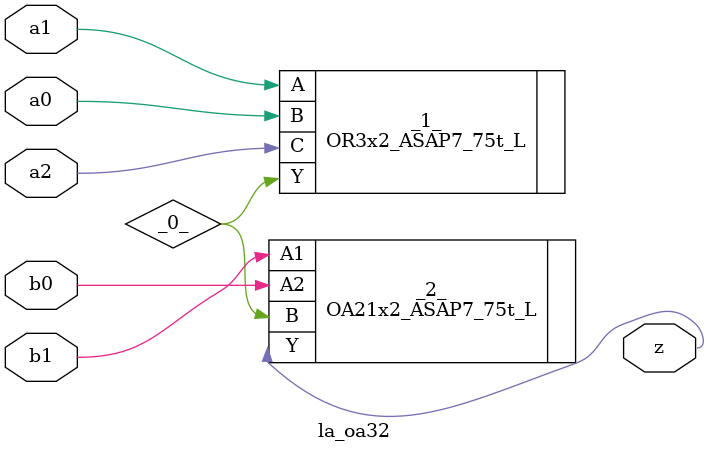
<source format=v>
/* Generated by Yosys 0.37 (git sha1 a5c7f69ed, clang 14.0.0-1ubuntu1.1 -fPIC -Os) */

module la_oa32(a0, a1, a2, b0, b1, z);
  wire _0_;
  input a0;
  wire a0;
  input a1;
  wire a1;
  input a2;
  wire a2;
  input b0;
  wire b0;
  input b1;
  wire b1;
  output z;
  wire z;
  OR3x2_ASAP7_75t_L _1_ (
    .A(a1),
    .B(a0),
    .C(a2),
    .Y(_0_)
  );
  OA21x2_ASAP7_75t_L _2_ (
    .A1(b1),
    .A2(b0),
    .B(_0_),
    .Y(z)
  );
endmodule

</source>
